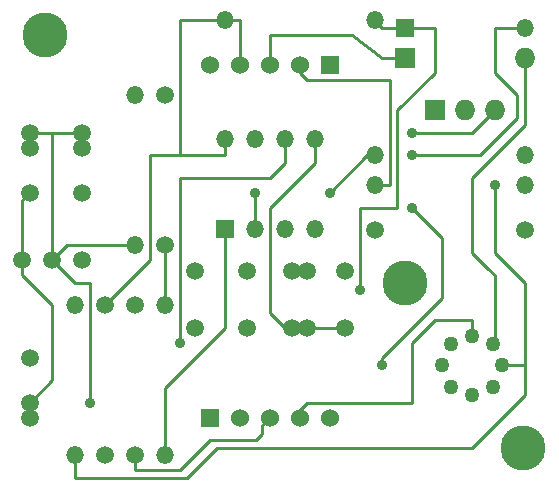
<source format=gtl>
G04 (created by PCBNEW (22-Jun-2014 BZR 4027)-stable) date Sun 17 Dec 2017 11:17:46 PM CST*
%MOIN*%
G04 Gerber Fmt 3.4, Leading zero omitted, Abs format*
%FSLAX34Y34*%
G01*
G70*
G90*
G04 APERTURE LIST*
%ADD10C,0.00590551*%
%ADD11C,0.05*%
%ADD12R,0.069X0.069*%
%ADD13O,0.069X0.069*%
%ADD14C,0.059*%
%ADD15R,0.059X0.059*%
%ADD16O,0.059X0.059*%
%ADD17R,0.06X0.06*%
%ADD18C,0.06*%
%ADD19C,0.15*%
%ADD20C,0.035*%
%ADD21C,0.01*%
G04 APERTURE END LIST*
G54D10*
G54D11*
X87542Y-58542D03*
X88957Y-58542D03*
X89239Y-59250D03*
X88250Y-58260D03*
X88957Y-59957D03*
X88250Y-60239D03*
X87542Y-59957D03*
X87260Y-59250D03*
G54D12*
X87000Y-50750D03*
G54D13*
X88000Y-50750D03*
X89000Y-50750D03*
G54D14*
X75250Y-51500D03*
X75250Y-53500D03*
X75250Y-52000D03*
X73500Y-51500D03*
X73500Y-53500D03*
X73500Y-52000D03*
X73500Y-61000D03*
X73500Y-59000D03*
X73500Y-60500D03*
G54D15*
X80000Y-54700D03*
G54D16*
X81000Y-54700D03*
X82000Y-54700D03*
X83000Y-54700D03*
X83000Y-51700D03*
X82000Y-51700D03*
X80000Y-51700D03*
X81000Y-51700D03*
G54D17*
X79500Y-61000D03*
G54D18*
X80500Y-61000D03*
X81500Y-61000D03*
X82500Y-61000D03*
X83500Y-61000D03*
G54D17*
X83500Y-49250D03*
G54D18*
X82500Y-49250D03*
X81500Y-49250D03*
X80500Y-49250D03*
X79500Y-49250D03*
G54D15*
X86000Y-48000D03*
G54D16*
X90000Y-48000D03*
G54D12*
X86000Y-49000D03*
G54D13*
X90000Y-49000D03*
G54D16*
X85000Y-52250D03*
X90000Y-52250D03*
X85000Y-53250D03*
X90000Y-53250D03*
G54D14*
X90000Y-54750D03*
X85000Y-54750D03*
G54D16*
X85000Y-47750D03*
X80000Y-47750D03*
G54D14*
X78000Y-50250D03*
X78000Y-55250D03*
G54D16*
X77000Y-55250D03*
X77000Y-50250D03*
X78000Y-57250D03*
X78000Y-62250D03*
G54D14*
X77000Y-57250D03*
X77000Y-62250D03*
X76000Y-57250D03*
X76000Y-62250D03*
G54D16*
X75000Y-62250D03*
X75000Y-57250D03*
G54D14*
X75250Y-55750D03*
X73250Y-55750D03*
X74250Y-55750D03*
G54D19*
X74000Y-48250D03*
X86000Y-56500D03*
X89950Y-62000D03*
G54D14*
X82750Y-56100D03*
X80750Y-56100D03*
X82250Y-56100D03*
X79000Y-56100D03*
X84000Y-56100D03*
X82750Y-58000D03*
X80750Y-58000D03*
X82250Y-58000D03*
X79000Y-58000D03*
X84000Y-58000D03*
G54D20*
X84500Y-56750D03*
X75500Y-60500D03*
X86250Y-51500D03*
X89000Y-53250D03*
X83500Y-53500D03*
X81000Y-53500D03*
X78500Y-58500D03*
X86250Y-54000D03*
X85250Y-59250D03*
X86250Y-52250D03*
G54D21*
X80000Y-57750D02*
X80000Y-57250D01*
X80000Y-55250D02*
X80000Y-57250D01*
X80500Y-49250D02*
X80500Y-47750D01*
X80500Y-47750D02*
X80000Y-47750D01*
X80000Y-47750D02*
X78500Y-47750D01*
X77500Y-55750D02*
X76000Y-57250D01*
X80000Y-51700D02*
X80000Y-52250D01*
X78750Y-52250D02*
X80000Y-52250D01*
X78750Y-52250D02*
X78500Y-52250D01*
X77500Y-52250D02*
X77500Y-55750D01*
X78250Y-52250D02*
X78500Y-52250D01*
X78250Y-52250D02*
X77500Y-52250D01*
X78500Y-52250D02*
X78500Y-47750D01*
X82500Y-61000D02*
X82500Y-60750D01*
X88250Y-57950D02*
X88250Y-58260D01*
X88050Y-57750D02*
X88250Y-57750D01*
X88250Y-57750D02*
X88250Y-57950D01*
X87000Y-57750D02*
X88050Y-57750D01*
X86250Y-58500D02*
X87000Y-57750D01*
X86250Y-60250D02*
X86250Y-58500D01*
X86250Y-60500D02*
X86250Y-60250D01*
X82750Y-60500D02*
X86250Y-60500D01*
X82500Y-60750D02*
X82750Y-60500D01*
X85000Y-47750D02*
X85250Y-48000D01*
X85250Y-48000D02*
X86000Y-48000D01*
X86000Y-48000D02*
X86500Y-48000D01*
X86500Y-48000D02*
X87000Y-48000D01*
X84500Y-54750D02*
X84500Y-56750D01*
X84500Y-54750D02*
X84500Y-54750D01*
X84500Y-54000D02*
X84500Y-54750D01*
X85750Y-54000D02*
X84500Y-54000D01*
X85750Y-50750D02*
X85750Y-54000D01*
X87000Y-49500D02*
X85750Y-50750D01*
X87000Y-48000D02*
X87000Y-49500D01*
X85000Y-53250D02*
X85500Y-53250D01*
X82500Y-49500D02*
X82500Y-49250D01*
X82750Y-49750D02*
X82500Y-49500D01*
X85500Y-49750D02*
X82750Y-49750D01*
X85500Y-53250D02*
X85500Y-49750D01*
X86000Y-49000D02*
X85250Y-49000D01*
X81500Y-48250D02*
X81500Y-49250D01*
X84250Y-48250D02*
X81500Y-48250D01*
X85250Y-49000D02*
X84250Y-48250D01*
X74250Y-55750D02*
X75000Y-56500D01*
X75500Y-56750D02*
X75500Y-60500D01*
X75500Y-56500D02*
X75500Y-56750D01*
X75000Y-56500D02*
X75500Y-56500D01*
X75000Y-55250D02*
X74750Y-55250D01*
X77000Y-55250D02*
X75000Y-55250D01*
X74750Y-55250D02*
X74250Y-55750D01*
X74250Y-55750D02*
X74250Y-51500D01*
X75250Y-52000D02*
X75250Y-51500D01*
X73500Y-52000D02*
X73500Y-51500D01*
X73500Y-51500D02*
X74250Y-51500D01*
X74250Y-51500D02*
X74500Y-51500D01*
X74500Y-51500D02*
X75250Y-51500D01*
X78500Y-62750D02*
X79500Y-61750D01*
X79500Y-61750D02*
X79750Y-61750D01*
X73250Y-55750D02*
X73250Y-53750D01*
X73250Y-53750D02*
X73500Y-53500D01*
X73500Y-56500D02*
X73250Y-56250D01*
X73500Y-60500D02*
X74250Y-59750D01*
X74250Y-57250D02*
X73500Y-56500D01*
X74250Y-59750D02*
X74250Y-57250D01*
X73250Y-56250D02*
X73250Y-55750D01*
X81500Y-61000D02*
X81250Y-61250D01*
X81050Y-61750D02*
X79750Y-61750D01*
X81250Y-61550D02*
X81050Y-61750D01*
X81250Y-61250D02*
X81250Y-61550D01*
X77000Y-62750D02*
X77000Y-62550D01*
X77200Y-62750D02*
X77000Y-62750D01*
X77000Y-62550D02*
X77000Y-62250D01*
X78500Y-62750D02*
X77200Y-62750D01*
X89000Y-50750D02*
X88250Y-51500D01*
X88250Y-51500D02*
X86250Y-51500D01*
X90000Y-59250D02*
X89239Y-59250D01*
X90000Y-60250D02*
X90000Y-59250D01*
X79750Y-62000D02*
X88250Y-62000D01*
X88250Y-62000D02*
X90000Y-60250D01*
X89239Y-59250D02*
X89239Y-59250D01*
X78750Y-63000D02*
X79750Y-62000D01*
X79750Y-62000D02*
X79750Y-62000D01*
X75000Y-63000D02*
X75000Y-62250D01*
X90000Y-59250D02*
X89239Y-59250D01*
X90000Y-56500D02*
X90000Y-59250D01*
X89000Y-55500D02*
X90000Y-56500D01*
X89000Y-53250D02*
X89000Y-55500D01*
X75000Y-63000D02*
X78750Y-63000D01*
X78000Y-60000D02*
X80000Y-58000D01*
X80000Y-58000D02*
X80000Y-54700D01*
X84750Y-52250D02*
X85000Y-52250D01*
X83500Y-53500D02*
X84750Y-52250D01*
X78000Y-62250D02*
X78000Y-60000D01*
X81000Y-54700D02*
X81000Y-53500D01*
X78000Y-55250D02*
X78000Y-57250D01*
X88957Y-58542D02*
X89000Y-58250D01*
X90000Y-51250D02*
X88250Y-53000D01*
X88250Y-53000D02*
X88250Y-55500D01*
X88250Y-55500D02*
X88750Y-56000D01*
X90000Y-51250D02*
X90000Y-49000D01*
X89000Y-56250D02*
X89000Y-58250D01*
X88750Y-56000D02*
X89000Y-56250D01*
X82000Y-51700D02*
X82000Y-52250D01*
X81500Y-53000D02*
X82000Y-52500D01*
X82000Y-52250D02*
X82000Y-52500D01*
X78500Y-53000D02*
X81500Y-53000D01*
X78500Y-53000D02*
X78500Y-58500D01*
X85250Y-59250D02*
X85250Y-59000D01*
X87250Y-55000D02*
X87250Y-57000D01*
X86250Y-54000D02*
X87250Y-55000D01*
X85250Y-59000D02*
X87250Y-57000D01*
X83000Y-51700D02*
X83000Y-52500D01*
X82000Y-58000D02*
X82250Y-58000D01*
X81500Y-57500D02*
X82000Y-58000D01*
X81500Y-54000D02*
X81500Y-57500D01*
X83000Y-52500D02*
X81500Y-54000D01*
X82250Y-58000D02*
X82750Y-58000D01*
X84000Y-58000D02*
X82750Y-58000D01*
X89000Y-48000D02*
X90000Y-48000D01*
X89000Y-49500D02*
X89000Y-48000D01*
X89750Y-50250D02*
X89000Y-49500D01*
X89750Y-51000D02*
X89750Y-50250D01*
X88500Y-52250D02*
X89750Y-51000D01*
X86250Y-52250D02*
X88500Y-52250D01*
M02*

</source>
